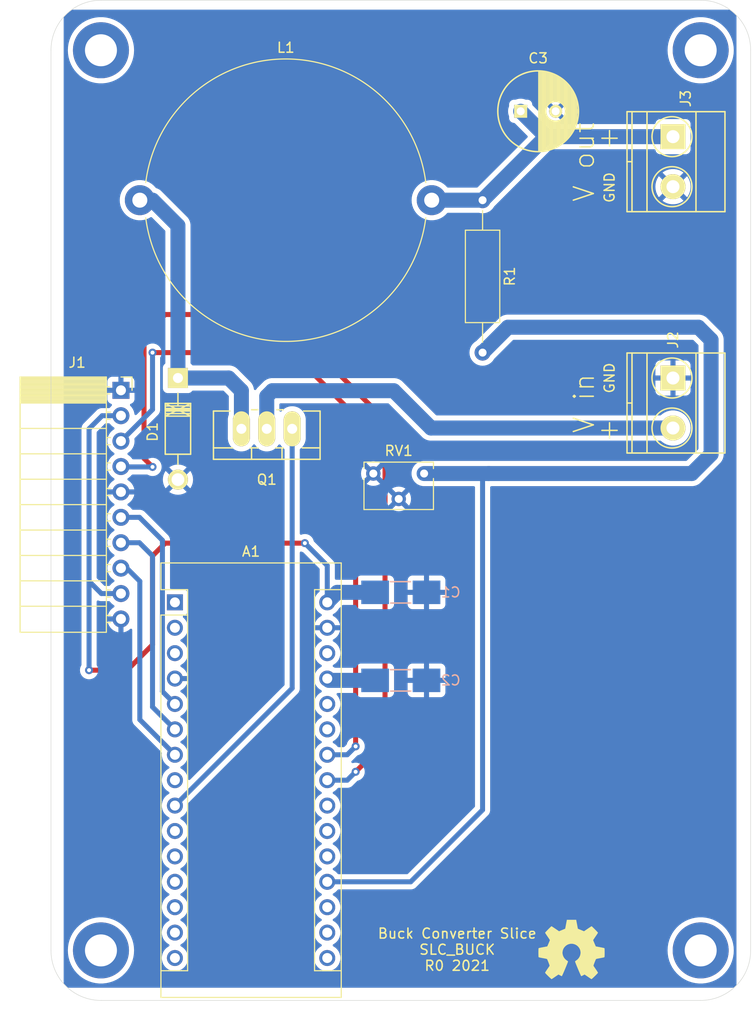
<source format=kicad_pcb>
(kicad_pcb (version 20240108) (generator "pcbnew") (generator_version "8.0")
  (layers (0 "F.Cu" signal) (31 "B.Cu" signal) (34 "B.Paste" user) (35 "F.Paste" user) (36 "B.SilkS" user "B.Silkscreen") (37 "F.SilkS" user "F.Silkscreen") (38 "B.Mask" user) (39 "F.Mask" user) (44 "Edge.Cuts" user))
  (net 0 "")
  (net 1 "Net-(A1-Pad16)")
  (net 2 "Net-(A1-Pad15)")
  (net 3 "Net-(A1-Pad14)")
  (net 4 "GND")
  (net 5 "Net-(A1-Pad13)")
  (net 6 "Net-(A1-Pad28)")
  (net 7 "Net-(A1-Pad12)")
  (net 8 "+5V")
  (net 9 "Net-(A1-Pad11)")
  (net 10 "Net-(A1-Pad26)")
  (net 11 "Net-(A1-Pad10)")
  (net 12 "Net-(A1-Pad25)")
  (net 13 "/I2C_CLK")
  (net 14 "Net-(A1-Pad8)")
  (net 15 "/I2C_DAT")
  (net 16 "Net-(A1-Pad22)")
  (net 17 "/SYNC")
  (net 18 "Net-(A1-Pad21)")
  (net 19 "/E_STOP")
  (net 20 "Net-(A1-Pad20)")
  (net 21 "Net-(A1-Pad3)")
  (net 22 "Net-(A1-Pad18)")
  (net 23 "Net-(A1-Pad2)")
  (net 24 "Net-(A1-Pad17)")
  (net 25 "Net-(A1-Pad1)")
  (net 26 "+12V")
  (net 27 "/INT")
  (net 28 "/FB")
  (net 29 "/SW")
  (net 30 "Net-(C3-Pad1)")
  (net 31 "Net-(D1-Pad1)")
  (net 32 "Net-(J2-Pad2)")
  (footprint "MountingHole:MountingHole_3.2mm_M3_DIN965_Pad" (layer "F.Cu") (at 127.6 44.8)
    (property "Reference" "H1" (hide yes))
    (property "Value" "MountingHole")
    (pad "1" thru_hole circle (at 0 0) (size 5.6 5.6) (drill 3.2) (layers "*.Cu" "*.Mask"))
  )
  (footprint "MountingHole:MountingHole_3.2mm_M3_DIN965_Pad" (layer "F.Cu") (at 187.6 44.8)
    (property "Reference" "H2" (hide yes))
    (property "Value" "MountingHole")
    (pad "1" thru_hole circle (at 0 0) (size 5.6 5.6) (drill 3.2) (layers "*.Cu" "*.Mask"))
  )
  (footprint "MountingHole:MountingHole_3.2mm_M3_DIN965_Pad" (layer "F.Cu") (at 127.6 134.8)
    (property "Reference" "H3" (hide yes))
    (property "Value" "MountingHole")
    (pad "1" thru_hole circle (at 0 0) (size 5.6 5.6) (drill 3.2) (layers "*.Cu" "*.Mask"))
  )
  (footprint "MountingHole:MountingHole_3.2mm_M3_DIN965_Pad" (layer "F.Cu") (at 187.6 134.8)
    (property "Reference" "H4" (hide yes))
    (property "Value" "MountingHole")
    (pad "1" thru_hole circle (at 0 0) (size 5.6 5.6) (drill 3.2) (layers "*.Cu" "*.Mask"))
  )
  (footprint "Module:Arduino_Nano" (layer "F.Cu") (at 135 100)
    (property "Reference" "A1" (at 7.62 -5.08 0) (layer "F.SilkS"))
    (property "Value" "Arduino_Nano_v3.x")
    (fp_line (start -1.4 -3.94) (end -1.4 -1.27) (stroke (width 0.12)) (layer "F.SilkS"))
    (fp_line (start -1.4 1.27) (end -1.4 39.5) (stroke (width 0.12)) (layer "F.SilkS"))
    (fp_line (start -1.4 39.5) (end 16.64 39.5) (stroke (width 0.12)) (layer "F.SilkS"))
    (fp_line (start 1.27 -1.27) (end -1.4 -1.27) (stroke (width 0.12)) (layer "F.SilkS"))
    (fp_line (start 1.27 1.27) (end -1.4 1.27) (stroke (width 0.12)) (layer "F.SilkS"))
    (fp_line (start 1.27 1.27) (end 1.27 -1.27) (stroke (width 0.12)) (layer "F.SilkS"))
    (fp_line (start 1.27 1.27) (end 1.27 36.83) (stroke (width 0.12)) (layer "F.SilkS"))
    (fp_line (start 1.27 36.83) (end -1.4 36.83) (stroke (width 0.12)) (layer "F.SilkS"))
    (fp_line (start 13.97 -1.27) (end 13.97 36.83) (stroke (width 0.12)) (layer "F.SilkS"))
    (fp_line (start 13.97 -1.27) (end 16.64 -1.27) (stroke (width 0.12)) (layer "F.SilkS"))
    (fp_line (start 13.97 36.83) (end 16.64 36.83) (stroke (width 0.12)) (layer "F.SilkS"))
    (fp_line (start 16.64 -3.94) (end -1.4 -3.94) (stroke (width 0.12)) (layer "F.SilkS"))
    (fp_line (start 16.64 39.5) (end 16.64 -3.94) (stroke (width 0.12)) (layer "F.SilkS"))
    (pad "1" thru_hole rect (at 0 0) (size 1.6 1.6) (drill 1) (layers "*.Cu" "*.Mask") (net 25 "Net-(A1-Pad1)"))
    (pad "2" thru_hole oval (at 0 2.54) (size 1.6 1.6) (drill 1) (layers "*.Cu" "*.Mask") (net 23 "Net-(A1-Pad2)"))
    (pad "3" thru_hole oval (at 0 5.08) (size 1.6 1.6) (drill 1) (layers "*.Cu" "*.Mask") (net 21 "Net-(A1-Pad3)"))
    (pad "4" thru_hole oval (at 0 7.62) (size 1.6 1.6) (drill 1) (layers "*.Cu" "*.Mask") (net 4 "GND"))
    (pad "5" thru_hole oval (at 0 10.16) (size 1.6 1.6) (drill 1) (layers "*.Cu" "*.Mask") (net 19 "/E_STOP"))
    (pad "6" thru_hole oval (at 0 12.7) (size 1.6 1.6) (drill 1) (layers "*.Cu" "*.Mask") (net 27 "/INT"))
    (pad "7" thru_hole oval (at 0 15.24) (size 1.6 1.6) (drill 1) (layers "*.Cu" "*.Mask") (net 17 "/SYNC"))
    (pad "8" thru_hole oval (at 0 17.78) (size 1.6 1.6) (drill 1) (layers "*.Cu" "*.Mask") (net 14 "Net-(A1-Pad8)"))
    (pad "9" thru_hole oval (at 0 20.32) (size 1.6 1.6) (drill 1) (layers "*.Cu" "*.Mask") (net 29 "/SW"))
    (pad "10" thru_hole oval (at 0 22.86) (size 1.6 1.6) (drill 1) (layers "*.Cu" "*.Mask") (net 11 "Net-(A1-Pad10)"))
    (pad "11" thru_hole oval (at 0 25.4) (size 1.6 1.6) (drill 1) (layers "*.Cu" "*.Mask") (net 9 "Net-(A1-Pad11)"))
    (pad "12" thru_hole oval (at 0 27.94) (size 1.6 1.6) (drill 1) (layers "*.Cu" "*.Mask") (net 7 "Net-(A1-Pad12)"))
    (pad "13" thru_hole oval (at 0 30.48) (size 1.6 1.6) (drill 1) (layers "*.Cu" "*.Mask") (net 5 "Net-(A1-Pad13)"))
    (pad "14" thru_hole oval (at 0 33.02) (size 1.6 1.6) (drill 1) (layers "*.Cu" "*.Mask") (net 3 "Net-(A1-Pad14)"))
    (pad "15" thru_hole oval (at 0 35.56) (size 1.6 1.6) (drill 1) (layers "*.Cu" "*.Mask") (net 2 "Net-(A1-Pad15)"))
    (pad "16" thru_hole oval (at 15.24 35.56) (size 1.6 1.6) (drill 1) (layers "*.Cu" "*.Mask") (net 1 "Net-(A1-Pad16)"))
    (pad "17" thru_hole oval (at 15.24 33.02) (size 1.6 1.6) (drill 1) (layers "*.Cu" "*.Mask") (net 24 "Net-(A1-Pad17)"))
    (pad "18" thru_hole oval (at 15.24 30.48) (size 1.6 1.6) (drill 1) (layers "*.Cu" "*.Mask") (net 22 "Net-(A1-Pad18)"))
    (pad "19" thru_hole oval (at 15.24 27.94) (size 1.6 1.6) (drill 1) (layers "*.Cu" "*.Mask") (net 28 "/FB"))
    (pad "20" thru_hole oval (at 15.24 25.4) (size 1.6 1.6) (drill 1) (layers "*.Cu" "*.Mask") (net 20 "Net-(A1-Pad20)"))
    (pad "21" thru_hole oval (at 15.24 22.86) (size 1.6 1.6) (drill 1) (layers "*.Cu" "*.Mask") (net 18 "Net-(A1-Pad21)"))
    (pad "22" thru_hole oval (at 15.24 20.32) (size 1.6 1.6) (drill 1) (layers "*.Cu" "*.Mask") (net 16 "Net-(A1-Pad22)"))
    (pad "23" thru_hole oval (at 15.24 17.78) (size 1.6 1.6) (drill 1) (layers "*.Cu" "*.Mask") (net 15 "/I2C_DAT"))
    (pad "24" thru_hole oval (at 15.24 15.24) (size 1.6 1.6) (drill 1) (layers "*.Cu" "*.Mask") (net 13 "/I2C_CLK"))
    (pad "25" thru_hole oval (at 15.24 12.7) (size 1.6 1.6) (drill 1) (layers "*.Cu" "*.Mask") (net 12 "Net-(A1-Pad25)"))
    (pad "26" thru_hole oval (at 15.24 10.16) (size 1.6 1.6) (drill 1) (layers "*.Cu" "*.Mask") (net 10 "Net-(A1-Pad26)"))
    (pad "27" thru_hole oval (at 15.24 7.62) (size 1.6 1.6) (drill 1) (layers "*.Cu" "*.Mask") (net 8 "+5V"))
    (pad "28" thru_hole oval (at 15.24 5.08) (size 1.6 1.6) (drill 1) (layers "*.Cu" "*.Mask") (net 6 "Net-(A1-Pad28)"))
    (pad "29" thru_hole oval (at 15.24 2.54) (size 1.6 1.6) (drill 1) (layers "*.Cu" "*.Mask") (net 4 "GND"))
    (pad "30" thru_hole oval (at 15.24 0) (size 1.6 1.6) (drill 1) (layers "*.Cu" "*.Mask") (net 26 "+12V"))
  )
  (footprint "Connector_PinSocket_2.54mm:PinSocket_1x10_P2.54mm_Horizontal" (layer "F.Cu") (at 129.6 78.8)
    (property "Reference" "J1" (at -4.38 -2.77 0) (layer "F.SilkS"))
    (property "Value" "Conn_01x10_Female")
    (fp_line (start -10.09 -1.33) (end -10.09 24.19) (stroke (width 0.12)) (layer "F.SilkS"))
    (fp_line (start -10.09 -1.33) (end -1.46 -1.33) (stroke (width 0.12)) (layer "F.SilkS"))
    (fp_line (start -10.09 -1.21) (end -1.46 -1.21) (stroke (width 0.12)) (layer "F.SilkS"))
    (fp_line (start -10.09 -1.091905) (end -1.46 -1.091905) (stroke (width 0.12)) (layer "F.SilkS"))
    (fp_line (start -10.09 -0.97381) (end -1.46 -0.97381) (stroke (width 0.12)) (layer "F.SilkS"))
    (fp_line (start -10.09 -0.855715) (end -1.46 -0.855715) (stroke (width 0.12)) (layer "F.SilkS"))
    (fp_line (start -10.09 -0.73762) (end -1.46 -0.73762) (stroke (width 0.12)) (layer "F.SilkS"))
    (fp_line (start -10.09 -0.619525) (end -1.46 -0.619525) (stroke (width 0.12)) (layer "F.SilkS"))
    (fp_line (start -10.09 -0.50143) (end -1.46 -0.50143) (stroke (width 0.12)) (layer "F.SilkS"))
    (fp_line (start -10.09 -0.383335) (end -1.46 -0.383335) (stroke (width 0.12)) (layer "F.SilkS"))
    (fp_line (start -10.09 -0.26524) (end -1.46 -0.26524) (stroke (width 0.12)) (layer "F.SilkS"))
    (fp_line (start -10.09 -0.147145) (end -1.46 -0.147145) (stroke (width 0.12)) (layer "F.SilkS"))
    (fp_line (start -10.09 -0.02905) (end -1.46 -0.02905) (stroke (width 0.12)) (layer "F.SilkS"))
    (fp_line (start -10.09 0.089045) (end -1.46 0.089045) (stroke (width 0.12)) (layer "F.SilkS"))
    (fp_line (start -10.09 0.20714) (end -1.46 0.20714) (stroke (width 0.12)) (layer "F.SilkS"))
    (fp_line (start -10.09 0.325235) (end -1.46 0.325235) (stroke (width 0.12)) (layer "F.SilkS"))
    (fp_line (start -10.09 0.44333) (end -1.46 0.44333) (stroke (width 0.12)) (layer "F.SilkS"))
    (fp_line (start -10.09 0.561425) (end -1.46 0.561425) (stroke (width 0.12)) (layer "F.SilkS"))
    (fp_line (start -10.09 0.67952) (end -1.46 0.67952) (stroke (width 0.12)) (layer "F.SilkS"))
    (fp_line (start -10.09 0.797615) (end -1.46 0.797615) (stroke (width 0.12)) (layer "F.SilkS"))
    (fp_line (start -10.09 0.91571) (end -1.46 0.91571) (stroke (width 0.12)) (layer "F.SilkS"))
    (fp_line (start -10.09 1.033805) (end -1.46 1.033805) (stroke (width 0.12)) (layer "F.SilkS"))
    (fp_line (start -10.09 1.1519) (end -1.46 1.1519) (stroke (width 0.12)) (layer "F.SilkS"))
    (fp_line (start -10.09 1.27) (end -1.46 1.27) (stroke (width 0.12)) (layer "F.SilkS"))
    (fp_line (start -10.09 3.81) (end -1.46 3.81) (stroke (width 0.12)) (layer "F.SilkS"))
    (fp_line (start -10.09 6.35) (end -1.46 6.35) (stroke (width 0.12)) (layer "F.SilkS"))
    (fp_line (start -10.09 8.89) (end -1.46 8.89) (stroke (width 0.12)) (layer "F.SilkS"))
    (fp_line (start -10.09 11.43) (end -1.46 11.43) (stroke (width 0.12)) (layer "F.SilkS"))
    (fp_line (start -10.09 13.97) (end -1.46 13.97) (stroke (width 0.12)) (layer "F.SilkS"))
    (fp_line (start -10.09 16.51) (end -1.46 16.51) (stroke (width 0.12)) (layer "F.SilkS"))
    (fp_line (start -10.09 19.05) (end -1.46 19.05) (stroke (width 0.12)) (layer "F.SilkS"))
    (fp_line (start -10.09 21.59) (end -1.46 21.59) (stroke (width 0.12)) (layer "F.SilkS"))
    (fp_line (start -10.09 24.19) (end -1.46 24.19) (stroke (width 0.12)) (layer "F.SilkS"))
    (fp_line (start -1.46 -1.33) (end -1.46 24.19) (stroke (width 0.12)) (layer "F.SilkS"))
    (fp_line (start -1.46 -0.36) (end -1.11 -0.36) (stroke (width 0.12)) (layer "F.SilkS"))
    (fp_line (start -1.46 0.36) (end -1.11 0.36) (stroke (width 0.12)) (layer "F.SilkS"))
    (fp_line (start -1.46 2.18) (end -1.05 2.18) (stroke (width 0.12)) (layer "F.SilkS"))
    (fp_line (start -1.46 2.9) (end -1.05 2.9) (stroke (width 0.12)) (layer "F.SilkS"))
    (fp_line (start -1.46 4.72) (end -1.05 4.72) (stroke (width 0.12)) (layer "F.SilkS"))
    (fp_line (start -1.46 5.44) (end -1.05 5.44) (stroke (width 0.12)) (layer "F.SilkS"))
    (fp_line (start -1.46 7.26) (end -1.05 7.26) (stroke (width 0.12)) (layer "F.SilkS"))
    (fp_line (start -1.46 7.98) (end -1.05 7.98) (stroke (width 0.12)) (layer "F.SilkS"))
    (fp_line (start -1.46 9.8) (end -1.05 9.8) (stroke (width 0.12)) (layer "F.SilkS"))
    (fp_line (start -1.46 10.52) (end -1.05 10.52) (stroke (width 0.12)) (layer "F.SilkS"))
    (fp_line (start -1.46 12.34) (end -1.05 12.34) (stroke (width 0.12)) (layer "F.SilkS"))
    (fp_line (start -1.46 13.06) (end -1.05 13.06) (stroke (width 0.12)) (layer "F.SilkS"))
    (fp_line (start -1.46 14.88) (end -1.05 14.88) (stroke (width 0.12)) (layer "F.SilkS"))
    (fp_line (start -1.46 15.6) (end -1.05 15.6) (stroke (width 0.12)) (layer "F.SilkS"))
    (fp_line (start -1.46 17.42) (end -1.05 17.42) (stroke (width 0.12)) (layer "F.SilkS"))
    (fp_line (start -1.46 18.14) (end -1.05 18.14) (stroke (width 0.12)) (layer "F.SilkS"))
    (fp_line (start -1.46 19.96) (end -1.05 19.96) (stroke (width 0.12)) (layer "F.SilkS"))
    (fp_line (start -1.46 20.68) (end -1.05 20.68) (stroke (width 0.12)) (layer "F.SilkS"))
    (fp_line (start -1.46 22.5) (end -1.05 22.5) (stroke (width 0.12)) (layer "F.SilkS"))
    (fp_line (start -1.46 23.22) (end -1.05 23.22) (stroke (width 0.12)) (layer "F.SilkS"))
    (fp_line (start 0 -1.33) (end 1.11 -1.33) (stroke (width 0.12)) (layer "F.SilkS"))
    (fp_line (start 1.11 -1.33) (end 1.11 0) (stroke (width 0.12)) (layer "F.SilkS"))
    (pad "1" thru_hole rect (at 0 0) (size 1.7 1.7) (drill 1) (layers "*.Cu" "*.Mask") (net 4 "GND"))
    (pad "2" thru_hole oval (at 0 2.54) (size 1.7 1.7) (drill 1) (layers "*.Cu" "*.Mask") (net 26 "+12V"))
    (pad "3" thru_hole oval (at 0 5.08) (size 1.7 1.7) (drill 1) (layers "*.Cu" "*.Mask") (net 13 "/I2C_CLK"))
    (pad "4" thru_hole oval (at 0 7.62) (size 1.7 1.7) (drill 1) (layers "*.Cu" "*.Mask") (net 15 "/I2C_DAT"))
    (pad "5" thru_hole oval (at 0 10.16) (size 1.7 1.7) (drill 1) (layers "*.Cu" "*.Mask") (net 4 "GND"))
    (pad "6" thru_hole oval (at 0 12.7) (size 1.7 1.7) (drill 1) (layers "*.Cu" "*.Mask") (net 19 "/E_STOP"))
    (pad "7" thru_hole oval (at 0 15.24) (size 1.7 1.7) (drill 1) (layers "*.Cu" "*.Mask") (net 27 "/INT"))
    (pad "8" thru_hole oval (at 0 17.78) (size 1.7 1.7) (drill 1) (layers "*.Cu" "*.Mask") (net 17 "/SYNC"))
    (pad "9" thru_hole oval (at 0 20.32) (size 1.7 1.7) (drill 1) (layers "*.Cu" "*.Mask") (net 26 "+12V"))
    (pad "10" thru_hole oval (at 0 22.86) (size 1.7 1.7) (drill 1) (layers "*.Cu" "*.Mask") (net 4 "GND"))
  )
  (footprint "Symbol:OSHW-Symbol_6.7x6mm_SilkScreen" (layer "F.Cu") (at 174.67 134.72)
    (property "Reference" "Logo1" (hide yes))
    (property "Value" "Logo_Open_Hardware_Small" (hide yes))
    (fp_poly (pts (xy 0.555814 -2.531069) (xy 0.639635 -2.086445) (xy 0.94892 -1.958947) (xy 1.258206 -1.831449) (xy 1.629246 -2.083754) (xy 1.733157 -2.154004) (xy 1.827087 -2.216728) (xy 1.906652 -2.269062) (xy 1.96747 -2.308143) (xy 2.005157 -2.331107) (xy 2.015421 -2.336058) (xy 2.03391 -2.323324) (xy 2.07342 -2.288118) (xy 2.129522 -2.234938) (xy 2.197787 -2.168282) (xy 2.273786 -2.092646) (xy 2.353092 -2.012528) (xy 2.431275 -1.932426) (xy 2.503907 -1.856836) (xy 2.566559 -1.790255) (xy 2.614803 -1.737182) (xy 2.64421 -1.702113) (xy 2.651241 -1.690377) (xy 2.641123 -1.66874) (xy 2.612759 -1.621338) (xy 2.569129 -1.552807) (xy 2.513218 -1.467785) (xy 2.448006 -1.370907) (xy 2.410219 -1.31565) (xy 2.341343 -1.214752) (xy 2.28014 -1.123701) (xy 2.229578 -1.04703) (xy 2.192628 -0.989272) (xy 2.172258 -0.954957) (xy 2.169197 -0.947746) (xy 2.176136 -0.927252) (xy 2.195051 -0.879487) (xy 2.223087 -0.811168) (xy 2.257391 -0.729011) (xy 2.295109 -0.63973) (xy 2.333387 -0.550042) (xy 2.36937 -0.466662) (xy 2.400206 -0.396306) (xy 2.423039 -0.34569) (xy 2.435017 -0.321529) (xy 2.435724 -0.320578) (xy 2.454531 -0.315964) (xy 2.504618 -0.305672) (xy 2.580793 -0.290713) (xy 2.677865 -0.272099) (xy 2.790643 -0.250841) (xy 2.856442 -0.238582) (xy 2.97695 -0.215638) (xy 3.085797 -0.193805) (xy 3.177476 -0.174278) (xy 3.246481 -0.158252) (xy 3.287304 -0.146921) (xy 3.295511 -0.143326) (xy 3.303548 -0.118994) (xy 3.310033 -0.064041) (xy 3.31497 0.015108) (xy 3.318364 0.112026) (xy 3.320218 0.220287) (xy 3.320538 0.333465) (xy 3.319327 0.445135) (xy 3.31659 0.548868) (xy 3.312331 0.638241) (xy 3.306555 0.706826) (xy 3.299267 0.748197) (xy 3.294895 0.75681) (xy 3.268764 0.767133) (xy 3.213393 0.781892) (xy 3.136107 0.799352) (xy 3.04423 0.81778) (xy 3.012158 0.823741) (xy 2.857524 0.852066) (xy 2.735375 0.874876) (xy 2.641673 0.89308) (xy 2.572384 0.907583) (xy 2.523471 0.919292) (xy 2.490897 0.929115) (xy 2.470628 0.937956) (xy 2.458626 0.946724) (xy 2.456947 0.948457) (xy 2.440184 0.976371) (xy 2.414614 1.030695) (xy 2.382788 1.104777) (xy 2.34726 1.191965) (xy 2.310583 1.285608) (xy 2.275311 1.379052) (xy 2.243996 1.465647) (xy 2.219193 1.53874) (xy 2.203454 1.591678) (xy 2.199332 1.617811) (xy 2.199676 1.618726) (xy 2.213641 1.640086) (xy 2.245322 1.687084) (xy 2.291391 1.754827) (xy 2.348518 1.838423) (xy 2.413373 1.932982) (xy 2.431843 1.959854) (xy 2.497699 2.057275) (xy 2.55565 2.146163) (xy 2.602538 2.221412) (xy 2.635207 2.27792) (xy 2.6505 2.310581) (xy 2.651241 2.314593) (xy 2.638392 2.335684) (xy 2.602888 2.377464) (xy 2.549293 2.435445) (xy 2.482171 2.505135) (xy 2.406087 2.582045) (xy 2.325604 2.661683) (xy 2.245287 2.739561) (xy 2.169699 2.811186) (xy 2.103405 2.87207) (xy 2.050969 2.917721) (xy 2.016955 2.94365) (xy 2.007545 2.947883) (xy 1.985643 2.937912) (xy 1.9408 2.91102) (xy 1.880321 2.871736) (xy 1.833789 2.840117) (xy 1.749475 2.782098) (xy 1.649626 2.713784) (xy 1.549473 2.645579) (xy 1.495627 2.609075) (xy 1.313371 2.4858) (xy 1.160381 2.56852) (xy 1.090682 2.604759) (xy 1.031414 2.632926) (xy 0.991311 2.648991) (xy 0.981103 2.651226) (xy 0.968829 2.634722) (xy 0.944613 2.588082) (xy 0.910263 2.515609) (xy 0.867588 2.421606) (xy 0.818394 2.310374) (xy 0.76449 2.186215) (xy 0.707684 2.053432) (xy 0.649782 1.916327) (xy 0.592593 1.779202) (xy 0.537924 1.646358) (xy 0.487584 1.522098) (xy 0.44338 1.410725) (xy 0.407119 1.316539) (xy 0.380609 1.243844) (xy 0.365658 1.196941) (xy 0.363254 1.180833) (xy 0.382311 1.160286) (xy 0.424036 1.126933) (xy 0.479706 1.087702) (xy 0.484378 1.084599) (xy 0.628264 0.969423) (xy 0.744283 0.835053) (xy 0.83143 0.685784) (xy 0.888699 0.525913) (xy 0.915086 0.359737) (xy 0.909585 0.191552) (xy 0.87119 0.025655) (xy 0.798895 -0.133658) (xy 0.777626 -0.168513) (xy 0.666996 -0.309263) (xy 0.536302 -0.422286) (xy 0.390064 -0.506997) (xy 0.232808 -0.562806) (xy 0.069057 -0.589126) (xy -0.096667 -0.58537) (xy -0.259838 -0.55095) (xy -0.415935 -0.485277) (xy -0.560433 -0.387765) (xy -0.605131 -0.348187) (xy -0.718888 -0.224297) (xy -0.801782 -0.093876) (xy -0.858644 0.052315) (xy -0.890313 0.197088) (xy -0.898131 0.35986) (xy -0.872062 0.52344) (xy -0.814755 0.682298) (xy -0.728856 0.830906) (xy -0.617014 0.963735) (xy -0.481877 1.075256) (xy -0.464117 1.087011) (xy -0.40785 1.125508) (xy -0.365077 1.158863) (xy -0.344628 1.18016) (xy -0.344331 1.180833) (xy -0.348721 1.203871) (xy -0.366124 1.256157) (xy -0.394732 1.33339) (xy -0.432735 1.431268) (xy -0.478326 1.545491) (xy -0.529697 1.671758) (xy -0.585038 1.805767) (xy -0.642542 1.943218) (xy -0.700399 2.079808) (xy -0.756802 2.211237) (xy -0.809942 2.333205) (xy -0.85801 2.441409) (xy -0.899199 2.531549) (xy -0.931699 2.599323) (xy -0.953703 2.64043) (xy -0.962564 2.651226) (xy -0.98964 2.642819) (xy -1.040303 2.620272) (xy -1.105817 2.587613) (xy -1.141841 2.56852) (xy -1.294832 2.4858) (xy -1.477088 2.609075) (xy -1.570125 2.672228) (xy -1.671985 2.741727) (xy -1.767438 2.807165) (xy -1.81525 2.840117) (xy -1.882495 2.885273) (xy -1.939436 2.921057) (xy -1.978646 2.942938) (xy -1.991381 2.947563) (xy -2.009917 2.935085) (xy -2.050941 2.900252) (xy -2.110475 2.846678) (xy -2.184542 2.777983) (xy -2.269165 2.697781) (xy -2.322685 2.646286) (xy -2.416319 2.554286) (xy -2.497241 2.471999) (xy -2.562177 2.402945) (xy -2.607858 2.350644) (xy -2.631011 2.318616) (xy -2.633232 2.312116) (xy -2.622924 2.287394) (xy -2.594439 2.237405) (xy -2.550937 2.167212) (xy -2.495577 2.081875) (xy -2.43152 1.986456) (xy -2.413303 1.959854) (xy -2.346927 1.863167) (xy -2.287378 1.776117) (xy -2.237984 1.703595) (xy -2.202075 1.650493) (xy -2.182981 1.621703) (xy -2.181136 1.618726) (xy -2.183895 1.595782) (xy -2.198538 1.545336) (xy -2.222513 1.474041) (xy -2.253266 1.388547) (xy -2.288244 1.295507) (xy -2.324893 1.201574) (xy -2.360661 1.113399) (xy -2.392994 1.037634) (xy -2.419338 0.980931) (xy -2.437142 0.949943) (xy -2.438407 0.948457) (xy -2.449294 0.939601) (xy -2.467682 0.930843) (xy -2.497606 0.921277) (xy -2.543103 0.909996) (xy -2.608209 0.896093) (xy -2.696961 0.878663) (xy -2.813393 0.856798) (xy -2.961542 0.829591) (xy -2.993618 0.823741) (xy -3.088686 0.805374) (xy -3.171565 0.787405) (xy -3.23493 0.771569) (xy -3.271458 0.7596) (xy -3.276356 0.75681) (xy -3.284427 0.732072) (xy -3.290987 0.67679) (xy -3.296033 0.597389) (xy -3.299559 0.500296) (xy -3.301561 0.391938) (xy -3.302036 0.27874) (xy -3.300977 0.167128) (xy -3.298382 0.063529) (xy -3.294246 -0.025632) (xy -3.288563 -0.093928) (xy -3.281331 -0.134934) (xy -3.276971 -0.143326) (xy -3.252698 -0.151792) (xy -3.197426 -0.165565) (xy -3.116662 -0.18345) (xy -3.015912 -0.204252) (xy -2.900683 -0.226777) (xy -2.837902 -0.238582) (xy -2.718787 -0.260849) (xy -2.612565 -0.281021) (xy -2.524427 -0.298085) (xy -2.459566 -0.311031) (xy -2.423174 -0.318845) (xy -2.417184 -0.320578) (xy -2.407061 -0.34011) (xy -2.385662 -0.387157) (xy -2.355839 -0.454997) (xy -2.320445 -0.536909) (xy -2.282332 -0.626172) (xy -2.244353 -0.716065) (xy -2.20936 -0.799865) (xy -2.180206 -0.870853) (xy -2.159743 -0.922306) (xy -2.150823 -0.947503) (xy -2.150657 -0.948604) (xy -2.160769 -0.968481) (xy -2.189117 -1.014223) (xy -2.232723 -1.081283) (xy -2.288606 -1.165116) (xy -2.353787 -1.261174) (xy -2.391679 -1.31635) (xy -2.460725 -1.417519) (xy -2.52205 -1.50937) (xy -2.572663 -1.587256) (xy -2.609571 -1.646531) (xy -2.629782 -1.682549) (xy -2.632701 -1.690623) (xy -2.620153 -1.709416) (xy -2.585463 -1.749543) (xy -2.533063 -1.806507) (xy -2.467384 -1.875815) (xy -2.392856 -1.952969) (xy -2.313913 -2.033475) (xy -2.234983 -2.112837) (xy -2.1605 -2.18656) (xy -2.094894 -2.250148) (xy -2.042596 -2.299106) (xy -2.008039 -2.328939) (xy -1.996478 -2.336058) (xy -1.977654 -2.326047) (xy -1.932631 -2.297922) (xy -1.865787 -2.254546) (xy -1.781499 -2.198782) (xy -1.684144 -2.133494) (xy -1.610707 -2.083754) (xy -1.239667 -1.831449) (xy -0.621095 -2.086445) (xy -0.537275 -2.531069) (xy -0.453454 -2.975693) (xy 0.471994 -2.975693) (xy 0.555814 -2.531069)) (stroke (width 0.01)) (fill solid) (layer "F.SilkS"))
  )
  (footprint "OCI_UPL_FOOTPRINTS:C_Radial_D8_L11.5_P3.5" (layer "F.Cu") (at 169.59 50.9)
    (property "Reference" "C3" (at 1.75 -5.3 0) (layer "F.SilkS"))
    (property "Value" "100uF")
    (fp_line (start 1.825 -3.999) (end 1.825 3.999) (stroke (width 0.15)) (layer "F.SilkS"))
    (fp_line (start 1.965 -3.994) (end 1.965 3.994) (stroke (width 0.15)) (layer "F.SilkS"))
    (fp_line (start 2.105 -3.984) (end 2.105 3.984) (stroke (width 0.15)) (layer "F.SilkS"))
    (fp_line (start 2.245 -3.969) (end 2.245 3.969) (stroke (width 0.15)) (layer "F.SilkS"))
    (fp_line (start 2.385 -3.949) (end 2.385 3.949) (stroke (width 0.15)) (layer "F.SilkS"))
    (fp_line (start 2.525 -3.924) (end 2.525 -0.222) (stroke (width 0.15)) (layer "F.SilkS"))
    (fp_line (start 2.525 0.222) (end 2.525 3.924) (stroke (width 0.15)) (layer "F.SilkS"))
    (fp_line (start 2.665 -3.894) (end 2.665 -0.55) (stroke (width 0.15)) (layer "F.SilkS"))
    (fp_line (start 2.665 0.55) (end 2.665 3.894) (stroke (width 0.15)) (layer "F.SilkS"))
    (fp_line (start 2.805 -3.858) (end 2.805 -0.719) (stroke (width 0.15)) (layer "F.SilkS"))
    (fp_line (start 2.805 0.719) (end 2.805 3.858) (stroke (width 0.15)) (layer "F.SilkS"))
    (fp_line (start 2.945 -3.817) (end 2.945 -0.832) (stroke (width 0.15)) (layer "F.SilkS"))
    (fp_line (start 2.945 0.832) (end 2.945 3.817) (stroke (width 0.15)) (layer "F.SilkS"))
    (fp_line (start 3.085 -3.771) (end 3.085 -0.91) (stroke (width 0.15)) (layer "F.SilkS"))
    (fp_line (start 3.085 0.91) (end 3.085 3.771) (stroke (width 0.15)) (layer "F.SilkS"))
    (fp_line (start 3.225 -3.718) (end 3.225 -0.961) (stroke (width 0.15)) (layer "F.SilkS"))
    (fp_line (start 3.225 0.961) (end 3.225 3.718) (stroke (width 0.15)) (layer "F.SilkS"))
    (fp_line (start 3.365 -3.659) (end 3.365 -0.991) (stroke (width 0.15)) (layer "F.SilkS"))
    (fp_line (start 3.365 0.991) (end 3.365 3.659) (stroke (width 0.15)) (layer "F.SilkS"))
    (fp_line (start 3.505 -3.594) (end 3.505 -1) (stroke (width 0.15)) (layer "F.SilkS"))
    (fp_line (start 3.505 1) (end 3.505 3.594) (stroke (width 0.15)) (layer "F.SilkS"))
    (fp_line (start 3.645 -3.523) (end 3.645 -0.989) (stroke (width 0.15)) (layer "F.SilkS"))
    (fp_line (start 3.645 0.989) (end 3.645 3.523) (stroke (width 0.15)) (layer "F.SilkS"))
    (fp_line (start 3.785 -3.444) (end 3.785 -0.959) (stroke (width 0.15)) (layer "F.SilkS"))
    (fp_line (start 3.785 0.959) (end 3.785 3.444) (stroke (width 0.15)) (layer "F.SilkS"))
    (fp_line (start 3.925 -3.357) (end 3.925 -0.905) (stroke (width 0.15)) (layer "F.SilkS"))
    (fp_line (start 3.925 0.905) (end 3.925 3.357) (stroke (width 0.15)) (layer "F.SilkS"))
    (fp_line (start 4.065 -3.262) (end 4.065 -0.825) (stroke (width 0.15)) (layer "F.SilkS"))
    (fp_line (start 4.065 0.825) (end 4.065 3.262) (stroke (width 0.15)) (layer "F.SilkS"))
    (fp_line (start 4.205 -3.158) (end 4.205 -0.709) (stroke (width 0.15)) (layer "F.SilkS"))
    (fp_line (start 4.205 0.709) (end 4.205 3.158) (stroke (width 0.15)) (layer "F.SilkS"))
    (fp_line (start 4.345 -3.044) (end 4.345 -0.535) (stroke (width 0.15)) (layer "F.SilkS"))
    (fp_line (start 4.345 0.535) (end 4.345 3.044) (stroke (width 0.15)) (layer "F.SilkS"))
    (fp_line (start 4.485 -2.919) (end 4.485 -0.173) (stroke (width 0.15)) (layer "F.SilkS"))
    (fp_line (start 4.485 0.173) (end 4.485 2.919) (stroke (width 0.15)) (layer "F.SilkS"))
    (fp_line (start 4.625 -2.781) (end 4.625 2.781) (stroke (width 0.15)) (layer "F.SilkS"))
    (fp_line (start 4.765 -2.629) (end 4.765 2.629) (stroke (width 0.15)) (layer "F.SilkS"))
    (fp_line (start 4.905 -2.459) (end 4.905 2.459) (stroke (width 0.15)) (layer "F.SilkS"))
    (fp_line (start 5.045 -2.268) (end 5.045 2.268) (stroke (width 0.15)) (layer "F.SilkS"))
    (fp_line (start 5.185 -2.05) (end 5.185 2.05) (stroke (width 0.15)) (layer "F.SilkS"))
    (fp_line (start 5.325 -1.794) (end 5.325 1.794) (stroke (width 0.15)) (layer "F.SilkS"))
    (fp_line (start 5.465 -1.483) (end 5.465 1.483) (stroke (width 0.15)) (layer "F.SilkS"))
    (fp_line (start 5.605 -1.067) (end 5.605 1.067) (stroke (width 0.15)) (layer "F.SilkS"))
    (fp_line (start 5.745 -0.2) (end 5.745 0.2) (stroke (width 0.15)) (layer "F.SilkS"))
    (fp_circle (center 1.75 0) (end 1.75 -4.0375) (stroke (width 0.15)) (fill none) (layer "F.SilkS"))
    (fp_circle (center 3.5 0) (end 3.5 -1) (stroke (width 0.15)) (fill none) (layer "F.SilkS"))
    (pad "1" thru_hole rect (at 0 0) (size 1.3 1.3) (drill 0.8) (layers "*.Cu" "*.Mask" "F.SilkS") (net 30 "Net-(C3-Pad1)"))
    (pad "2" thru_hole circle (at 3.5 0) (size 1.3 1.3) (drill 0.8) (layers "*.Cu" "*.Mask" "F.SilkS") (net 4 "GND"))
  )
  (footprint "OCI_UPL_FOOTPRINTS:Diode_DO-41_SOD81_Horizontal_RM10" (layer "F.Cu") (at 135.3 77.57 -90)
    (property "Reference" "D1" (at 5.38734 2.53746 90) (layer "F.SilkS"))
    (property "Value" "D")
    (fp_line (start 2.54 1.26746) (end 2.54 -1.27254) (stroke (width 0.15)) (layer "F.SilkS"))
    (fp_line (start 7.62 1.26746) (end 2.54 1.26746) (stroke (width 0.15)) (layer "F.SilkS"))
    (fp_line (start 2.794 -0.00254) (end 1.524 -0.00254) (stroke (width 0.15)) (layer "F.SilkS"))
    (fp_line (start 7.62 -0.00254) (end 8.636 -0.00254) (stroke (width 0.15)) (layer "F.SilkS"))
    (fp_line (start 2.54 -1.27254) (end 3.81 1.26746) (stroke (width 0.15)) (layer "F.SilkS"))
    (fp_line (start 2.54 -1.27254) (end 7.62 -1.27254) (stroke (width 0.15)) (layer "F.SilkS"))
    (fp_line (start 2.794 -1.27254) (end 2.794 1.26746) (stroke (width 0.15)) (layer "F.SilkS"))
    (fp_line (start 3.048 -1.27254) (end 3.048 1.26746) (stroke (width 0.15)) (layer "F.SilkS"))
    (fp_line (start 3.175 -1.27254) (end 3.175 1.26746) (stroke (width 0.15)) (layer "F.SilkS"))
    (fp_line (start 3.302 -1.27254) (end 3.302 1.26746) (stroke (width 0.15)) (layer "F.SilkS"))
    (fp_line (start 3.556 -1.27254) (end 3.556 1.26746) (stroke (width 0.15)) (layer "F.SilkS"))
    (fp_line (start 3.81 -1.27254) (end 2.54 1.26746) (stroke (width 0.15)) (layer "F.SilkS"))
    (fp_line (start 3.81 -1.27254) (end 3.81 1.26746) (stroke (width 0.15)) (layer "F.SilkS"))
    (fp_line (start 7.62 -1.27254) (end 7.62 1.26746) (stroke (width 0.15)) (layer "F.SilkS"))
    (pad "1" thru_hole rect (at 0 -0.00254 90) (size 1.99898 1.99898) (drill 1.00076) (layers "*.Cu" "*.Mask" "F.SilkS") (net 31 "Net-(D1-Pad1)"))
    (pad "2" thru_hole circle (at 10.16 -0.00254 90) (size 1.99898 1.99898) (drill 1.27) (layers "*.Cu" "*.Mask" "F.SilkS") (net 4 "GND"))
  )
  (footprint "OCI_UPL_FOOTPRINTS:TerminalBlock_Pheonix_MKDS1.5-2pol" (layer "F.Cu") (at 184.83 77.57 -90)
    (property "Reference" "J2" (at -3.81 0 90) (layer "F.SilkS"))
    (property "Value" "Term_2")
    (fp_line (start -2.5 4.6) (end 7.5 4.6) (stroke (width 0.15)) (layer "F.SilkS"))
    (fp_line (start 7.5 4.6) (end 7.5 -5.2) (stroke (width 0.15)) (layer "F.SilkS"))
    (fp_line (start -2.5 4.1) (end 7.5 4.1) (stroke (width 0.15)) (layer "F.SilkS"))
    (fp_line (start 2.5 4.1) (end 2.5 4.6) (stroke (width 0.15)) (layer "F.SilkS"))
    (fp_line (start -2.5 2.6) (end 7.5 2.6) (stroke (width 0.15)) (layer "F.SilkS"))
    (fp_line (start -2.5 -2.3) (end 7.5 -2.3) (stroke (width 0.15)) (layer "F.SilkS"))
    (fp_line (start -2.5 -5.2) (end -2.5 4.6) (stroke (width 0.15)) (layer "F.SilkS"))
    (fp_line (start 7.5 -5.2) (end -2.5 -5.2) (stroke (width 0.15)) (layer "F.SilkS"))
    (fp_circle (center 0 0.1) (end 2 0.1) (stroke (width 0.15)) (fill none) (layer "F.SilkS"))
    (fp_circle (center 5 0.1) (end 3 0.1) (stroke (width 0.15)) (fill none) (layer "F.SilkS"))
    (pad "1" thru_hole rect (at 0 0 270) (size 2.5 2.5) (drill 1.3) (layers "*.Cu" "*.Mask" "F.SilkS") (net 4 "GND"))
    (pad "2" thru_hole circle (at 5 0 270) (size 2.5 2.5) (drill 1.3) (layers "*.Cu" "*.Mask" "F.SilkS") (net 32 "Net-(J2-Pad2)"))
  )
  (footprint "OCI_UPL_FOOTPRINTS:TerminalBlock_Pheonix_MKDS1.5-2pol" (layer "F.Cu") (at 184.83 53.44 -90)
    (property "Reference" "J3" (at -3.81 -1.27 90) (layer "F.SilkS"))
    (property "Value" "Term_2")
    (fp_line (start -2.5 4.6) (end 7.5 4.6) (stroke (width 0.15)) (layer "F.SilkS"))
    (fp_line (start 7.5 4.6) (end 7.5 -5.2) (stroke (width 0.15)) (layer "F.SilkS"))
    (fp_line (start -2.5 4.1) (end 7.5 4.1) (stroke (width 0.15)) (layer "F.SilkS"))
    (fp_line (start 2.5 4.1) (end 2.5 4.6) (stroke (width 0.15)) (layer "F.SilkS"))
    (fp_line (start -2.5 2.6) (end 7.5 2.6) (stroke (width 0.15)) (layer "F.SilkS"))
    (fp_line (start -2.5 -2.3) (end 7.5 -2.3) (stroke (width 0.15)) (layer "F.SilkS"))
    (fp_line (start -2.5 -5.2) (end -2.5 4.6) (stroke (width 0.15)) (layer "F.SilkS"))
    (fp_line (start 7.5 -5.2) (end -2.5 -5.2) (stroke (width 0.15)) (layer "F.SilkS"))
    (fp_circle (center 0 0.1) (end 2 0.1) (stroke (width 0.15)) (fill none) (layer "F.SilkS"))
    (fp_circle (center 5 0.1) (end 3 0.1) (stroke (width 0.15)) (fill none) (layer "F.SilkS"))
    (pad "1" thru_hole rect (at 0 0 270) (size 2.5 2.5) (drill 1.3) (layers "*.Cu" "*.Mask" "F.SilkS") (net 30 "Net-(C3-Pad1)"))
    (pad "2" thru_hole circle (at 5 0 270) (size 2.5 2.5) (drill 1.3) (layers "*.Cu" "*.Mask" "F.SilkS") (net 4 "GND"))
  )
  (footprint "Inductor_THT:L_Radial_D28.0mm_P29.20mm" (layer "F.Cu") (at 131.49 59.79)
    (property "Reference" "L1" (at 14.6 -15.25 0) (layer "F.SilkS"))
    (property "Value" "560 uH")
    (fp_arc (start 0.590118 -1.76) (mid 14.6 -14.12) (end 28.609882 -1.76) (stroke (width 0.12)) (layer "F.SilkS"))
    (fp_arc (start 28.609882 1.76) (mid 14.6 14.12) (end 0.590118 1.76) (stroke (width 0.12)) (layer "F.SilkS"))
    (pad "1" thru_hole circle (at 0 0) (size 3 3) (drill 1.5) (layers "*.Cu" "*.Mask") (net 31 "Net-(D1-Pad1)"))
    (pad "2" thru_hole circle (at 29.2 0) (size 3 3) (drill 1.5) (layers "*.Cu" "*.Mask") (net 30 "Net-(C3-Pad1)"))
  )
  (footprint "OCI_UPL_FOOTPRINTS:TO-220_Neutral123_Vertical_LargePads" (layer "F.Cu") (at 144.19 82.65 180)
    (property "Reference" "Q1" (at 0 -5.08 0) (layer "F.SilkS"))
    (property "Value" "TIP120")
    (fp_line (start 5.334 1.778) (end 3.683 1.778) (stroke (width 0.15)) (layer "F.SilkS"))
    (fp_line (start 5.334 -1.905) (end 5.334 1.778) (stroke (width 0.15)) (layer "F.SilkS"))
    (fp_line (start 5.334 -1.905) (end 3.429 -1.905) (stroke (width 0.15)) (layer "F.SilkS"))
    (fp_line (start 5.334 -3.048) (end 5.334 -1.905) (stroke (width 0.15)) (layer "F.SilkS"))
    (fp_line (start 1.524 1.905) (end 0.889 1.905) (stroke (width 0.15)) (layer "F.SilkS"))
    (fp_line (start 1.524 -3.048) (end 1.524 -1.905) (stroke (width 0.15)) (layer "F.SilkS"))
    (fp_line (start 0.889 -1.905) (end 1.651 -1.905) (stroke (width 0.15)) (layer "F.SilkS"))
    (fp_line (start 0 -3.048) (end 5.334 -3.048) (stroke (width 0.15)) (layer "F.SilkS"))
    (fp_line (start 0 -3.048) (end -5.334 -3.048) (stroke (width 0.15)) (layer "F.SilkS"))
    (fp_line (start -1.016 1.905) (end -1.651 1.905) (stroke (width 0.15)) (layer "F.SilkS"))
    (fp_line (start -1.524 -1.905) (end -0.889 -1.905) (stroke (width 0.15)) (layer "F.SilkS"))
    (fp_line (start -1.524 -1.905) (end -1.651 -1.905) (stroke (width 0.15)) (layer "F.SilkS"))
    (fp_line (start -1.524 -3.048) (end -1.524 -1.905) (stroke (width 0.15)) (layer "F.SilkS"))
    (fp_line (start -5.334 1.778) (end -3.683 1.778) (stroke (width 0.15)) (layer "F.SilkS"))
    (fp_line (start -5.334 1.778) (end -5.334 -1.905) (stroke (width 0.15)) (layer "F.SilkS"))
    (fp_line (start -5.334 -1.905) (end -3.556 -1.905) (stroke (width 0.15)) (layer "F.SilkS"))
    (fp_line (start -5.334 -1.905) (end -5.334 -3.048) (stroke (width 0.15)) (layer "F.SilkS"))
    (pad "1" thru_hole oval (at -2.54 0 270) (size 3.50012 1.69926) (drill 1.00076) (layers "*.Cu" "*.Mask" "F.SilkS") (net 29 "/SW"))
    (pad "2" thru_hole oval (at 0 0 270) (size 3.50012 1.69926) (drill 1.00076) (layers "*.Cu" "*.Mask" "F.SilkS") (net 32 "Net-(J2-Pad2)"))
    (pad "3" thru_hole oval (at 2.54 0 270) (size 3.50012 1.69926) (drill 1.00076) (layers "*.Cu" "*.Mask" "F.SilkS") (net 31 "Net-(D1-Pad1)"))
  )
  (footprint "Potentiometer_THT:Potentiometer_Bourns_3266W_Vertical" (layer "F.Cu") (at 159.93 87.12)
    (property "Reference" "RV1" (at -2.54 -2.27 0) (layer "F.SilkS"))
    (property "Value" "100k")
    (fp_line (start -6.015 -1.14) (end -6.015 -0.495) (stroke (width 0.12)) (layer "F.SilkS"))
    (fp_line (start -6.015 -1.14) (end 0.935 -1.14) (stroke (width 0.12)) (layer "F.SilkS"))
    (fp_line (start -6.015 0.495) (end -6.015 3.6) (stroke (width 0.12)) (layer "F.SilkS"))
    (fp_line (start -6.015 3.6) (end 0.935 3.6) (stroke (width 0.12)) (layer "F.SilkS"))
    (fp_line (start 0.935 -1.14) (end 0.935 -0.495) (stroke (width 0.12)) (layer "F.SilkS"))
    (fp_line (start 0.935 0.495) (end 0.935 3.6) (stroke (width 0.12)) (layer "F.SilkS"))
    (pad "1" thru_hole circle (at 0 0) (size 1.44 1.44) (drill 0.8) (layers "*.Cu" "*.Mask") (net 28 "/FB"))
    (pad "2" thru_hole circle (at -2.54 2.54) (size 1.44 1.44) (drill 0.8) (layers "*.Cu" "*.Mask") (net 4 "GND"))
    (pad "3" thru_hole circle (at -5.08 0) (size 1.44 1.44) (drill 0.8) (layers "*.Cu" "*.Mask") (net 4 "GND"))
  )
  (footprint "Resistor_THT:R_Axial_DIN0309_L9.0mm_D3.2mm_P15.24mm_Horizontal" (layer "F.Cu") (at 165.78 59.79 -90)
    (property "Reference" "R1" (at 7.62 -2.72 90) (layer "F.SilkS"))
    (property "Value" "100k")
    (fp_line (start 3 1.72) (end 12.24 1.72) (stroke (width 0.12)) (layer "F.SilkS"))
    (fp_line (start 12.24 1.72) (end 12.24 -1.72) (stroke (width 0.12)) (layer "F.SilkS"))
    (fp_line (start 1.04 0) (end 3 0) (stroke (width 0.12)) (layer "F.SilkS"))
    (fp_line (start 14.2 0) (end 12.24 0) (stroke (width 0.12)) (layer "F.SilkS"))
    (fp_line (start 3 -1.72) (end 3 1.72) (stroke (width 0.12)) (layer "F.SilkS"))
    (fp_line (start 12.24 -1.72) (end 3 -1.72) (stroke (width 0.12)) (layer "F.SilkS"))
    (pad "1" thru_hole circle (at 0 0 270) (size 1.6 1.6) (drill 0.8) (layers "*.Cu" "*.Mask") (net 30 "Net-(C3-Pad1)"))
    (pad "2" thru_hole oval (at 15.24 0 270) (size 1.6 1.6) (drill 0.8) (layers "*.Cu" "*.Mask") (net 28 "/FB"))
  )
  (footprint "OCI_UPL_FOOTPRINTS:C_2312" (layer "B.Cu") (at 157.6 107.8)
    (property "Reference" "C2" (at 5 0 0) (layer "B.SilkS") (effects (justify mirror)))
    (property "Value" "10uF_t")
    (fp_line (start 0.97 -1.07) (end -1.04 -1.07) (stroke (width 0.15)) (layer "B.SilkS"))
    (fp_line (start 1 1.07) (end -1.01 1.07) (stroke (width 0.15)) (layer "B.SilkS"))
    (pad "1" smd rect (at -2.57 0) (size 2.77 2.35) (layers "B.Cu" "B.Paste" "B.Mask") (net 8 "+5V"))
    (pad "2" smd rect (at 2.57 0) (size 2.77 2.35) (layers "B.Cu" "B.Paste" "B.Mask") (net 4 "GND"))
  )
  (footprint "OCI_UPL_FOOTPRINTS:C_2312" (layer "B.Cu") (at 157.6 99)
    (property "Reference" "C1" (at 5 0 0) (layer "B.SilkS") (effects (justify mirror)))
    (property "Value" "10uF_t")
    (fp_line (start 0.97 -1.07) (end -1.04 -1.07) (stroke (width 0.15)) (layer "B.SilkS"))
    (fp_line (start 1 1.07) (end -1.01 1.07) (stroke (width 0.15)) (layer "B.SilkS"))
    (pad "1" smd rect (at -2.57 0) (size 2.77 2.35) (layers "B.Cu" "B.Paste" "B.Mask") (net 26 "+12V"))
    (pad "2" smd rect (at 2.57 0) (size 2.77 2.35) (layers "B.Cu" "B.Paste" "B.Mask") (net 4 "GND"))
  )
  (gr_line (start 192.6 44.8) (end 192.6 134.8) (stroke (width 0.05)) (layer "Edge.Cuts"))
  (gr_line (start 127.6 39.8) (end 187.6 39.8) (stroke (width 0.05)) (layer "Edge.Cuts"))
  (gr_arc (start 122.6 44.8) (mid 124.064466 41.264466) (end 127.6 39.8) (stroke (width 0.05)) (layer "Edge.Cuts"))
  (gr_line (start 127.6 139.8) (end 187.6 139.8) (stroke (width 0.05)) (layer "Edge.Cuts"))
  (gr_arc (start 187.6 39.8) (mid 191.135534 41.264466) (end 192.6 44.8) (stroke (width 0.05)) (layer "Edge.Cuts"))
  (gr_arc (start 127.6 139.8) (mid 124.064466 138.335534) (end 122.6 134.8) (stroke (width 0.05)) (layer "Edge.Cuts"))
  (gr_line (start 122.6 134.8) (end 122.6 44.8) (stroke (width 0.05)) (layer "Edge.Cuts"))
  (gr_arc (start 192.6 134.8) (mid 191.135534 138.335534) (end 187.6 139.8) (stroke (width 0.05)) (layer "Edge.Cuts"))
  (gr_text "+" (at 178.48 82.65 0) (layer "F.SilkS") (effects (font (size 2 2))))
  (gr_text "GND" (at 178.48 77.57 90) (layer "F.SilkS") (effects (font (size 1 1))))
  (gr_text "+" (at 178.48 53.44 0) (layer "F.SilkS") (effects (font (size 2 2))))
  (gr_text "V out" (at 175.94 55.98 90) (layer "F.SilkS") (effects (font (size 2 2))))
  (gr_text "GND" (at 178.48 58.52 90) (layer "F.SilkS") (effects (font (size 1 1))))
  (gr_text "Buck Converter Slice\nSLC_BUCK\nR0 2021" (at 163.24 134.72 0) (layer "F.SilkS") (effects (font (size 1 1))))
  (gr_text "V in" (at 175.94 80.11 90) (layer "F.SilkS") (effects (font (size 2 2))))
  (segment (start 150.42 107.8) (end 150.24 107.62) (width 1.5) (layer "B.Cu") (net 8))
  (segment (start 155.03 107.8) (end 150.42 107.8) (width 1.5) (layer "B.Cu") (net 8))
  (segment (start 153.08 114.4) (end 153.08 81.38) (width 0.5) (layer "F.Cu") (net 13))
  (segment (start 153.08 81.38) (end 146.73 75.03) (width 0.5) (layer "F.Cu") (net 13))
  (segment (start 146.73 75.03) (end 132.76 75.03) (width 0.5) (layer "F.Cu") (net 13))
  (via (at 153.08 114.4) (size 0.8) (drill 0.4) (layers "F.Cu" "B.Cu") (net 13))
  (via (at 132.76 75.03) (size 0.8) (drill 0.4) (layers "F.Cu" "B.Cu") (net 13))
  (segment (start 132.76 80.72) (end 129.6 83.88) (width 0.5) (layer "B.Cu") (net 13))
  (segment (start 132.76 75.03) (end 132.76 80.72) (width 0.5) (layer "B.Cu") (net 13))
  (segment (start 152.24 115.24) (end 153.08 114.4) (width 0.5) (layer "B.Cu") (net 13))
  (segment (start 150.24 115.24) (end 152.24 115.24) (width 0.5) (layer "B.Cu") (net 13))
  (segment (start 156.020001 81.780001) (end 145.46 71.22) (width 0.5) (layer "F.Cu") (net 15))
  (segment (start 156.020001 113.999999) (end 156.020001 81.780001) (width 0.5) (layer "F.Cu") (net 15))
  (segment (start 145.46 71.22) (end 134.03 71.22) (width 0.5) (layer "F.Cu") (net 15))
  (segment (start 131.909999 85.609999) (end 132.76 86.46) (width 0.5) (layer "F.Cu") (net 15))
  (segment (start 131.909999 73.340001) (end 131.909999 85.609999) (width 0.5) (layer "F.Cu") (net 15))
  (segment (start 134.03 71.22) (end 131.909999 73.340001) (width 0.5) (layer "F.Cu") (net 15))
  (segment (start 153.08 116.94) (end 156.020001 113.999999) (width 0.5) (layer "F.Cu") (net 15))
  (via (at 153.08 116.94) (size 0.8) (drill 0.4) (layers "F.Cu" "B.Cu") (net 15))
  (via (at 132.76 86.46) (size 0.8) (drill 0.4) (layers "F.Cu" "B.Cu") (net 15))
  (segment (start 129.64 86.46) (end 129.6 86.42) (width 0.5) (layer "B.Cu") (net 15))
  (segment (start 150.24 117.78) (end 152.24 117.78) (width 0.5) (layer "B.Cu") (net 15))
  (segment (start 132.76 86.46) (end 129.64 86.46) (width 0.5) (layer "B.Cu") (net 15))
  (segment (start 152.24 117.78) (end 153.08 116.94) (width 0.5) (layer "B.Cu") (net 15))
  (segment (start 135 115.24) (end 131.49 111.73) (width 0.5) (layer "B.Cu") (net 17))
  (segment (start 131.49 97.89) (end 130.18 96.58) (width 0.5) (layer "B.Cu") (net 17))
  (segment (start 130.18 96.58) (end 129.6 96.58) (width 0.5) (layer "B.Cu") (net 17))
  (segment (start 131.49 111.73) (end 131.49 97.89) (width 0.5) (layer "B.Cu") (net 17))
  (segment (start 133.749999 93.799999) (end 131.45 91.5) (width 0.5) (layer "B.Cu") (net 19))
  (segment (start 133.749999 108.909999) (end 133.749999 93.799999) (width 0.5) (layer "B.Cu") (net 19))
  (segment (start 135 110.16) (end 133.749999 108.909999) (width 0.5) (layer "B.Cu") (net 19))
  (segment (start 131.45 91.5) (end 129.6 91.5) (width 0.5) (layer "B.Cu") (net 19))
  (segment (start 130.22 106.78) (end 132.76 104.24) (width 0.5) (layer "F.Cu") (net 26))
  (segment (start 134.03 94.08) (end 148 94.08) (width 0.5) (layer "F.Cu") (net 26))
  (segment (start 132.76 104.24) (end 132.76 95.35) (width 0.5) (layer "F.Cu") (net 26))
  (segment (start 132.76 95.35) (end 134.03 94.08) (width 0.5) (layer "F.Cu") (net 26))
  (segment (start 126.41 106.78) (end 130.22 106.78) (width 0.5) (layer "F.Cu") (net 26))
  (via (at 148 94.08) (size 0.8) (drill 0.4) (layers "F.Cu" "B.Cu") (net 26))
  (via (at 126.41 106.78) (size 0.8) (drill 0.4) (layers "F.Cu" "B.Cu") (net 26))
  (segment (start 151.24 99) (end 150.24 100) (width 1.5) (layer "B.Cu") (net 26))
  (segment (start 126.41 82.65) (end 126.41 97.89) (width 0.5) (layer "B.Cu") (net 26))
  (segment (start 126.41 97.89) (end 126.41 106.78) (width 0.5) (layer "B.Cu") (net 26))
  (segment (start 127.72 81.34) (end 126.41 82.65) (width 0.5) (layer "B.Cu") (net 26))
  (segment (start 127.64 99.12) (end 129.6 99.12) (width 0.5) (layer "B.Cu") (net 26))
  (segment (start 155.03 99) (end 151.24 99) (width 1.5) (layer "B.Cu") (net 26))
  (segment (start 129.6 81.34) (end 127.72 81.34) (width 0.5) (layer "B.Cu") (net 26))
  (segment (start 150.24 96.32) (end 150.24 100) (width 0.5) (layer "B.Cu") (net 26))
  (segment (start 148 94.08) (end 150.24 96.32) (width 0.5) (layer "B.Cu") (net 26))
  (segment (start 126.41 97.89) (end 127.64 99.12) (width 0.5) (layer "B.Cu") (net 26))
  (segment (start 131.45 94.04) (end 129.6 94.04) (width 0.5) (layer "B.Cu") (net 27))
  (segment (start 132.76 95.35) (end 131.45 94.04) (width 0.5) (layer "B.Cu") (net 27))
  (segment (start 135 112.7) (end 132.76 110.46) (width 0.5) (layer "B.Cu") (net 27))
  (segment (start 132.76 110.46) (end 132.76 95.35) (width 0.5) (layer "B.Cu") (net 27))
  (segment (start 188.64 85.19) (end 188.64 73.76) (width 1.5) (layer "B.Cu") (net 28))
  (segment (start 150.24 127.94) (end 158.59 127.94) (width 0.5) (layer "B.Cu") (net 28))
  (segment (start 159.93 87.12) (end 166.39 87.12) (width 1.5) (layer "B.Cu") (net 28))
  (segment (start 186.71 87.12) (end 188.64 85.19) (width 1.5) (layer "B.Cu") (net 28))
  (segment (start 165.78 120.75) (end 165.78 87.73) (width 0.5) (layer "B.Cu") (net 28))
  (segment (start 187.37 72.49) (end 168.32 72.49) (width 1.5) (layer "B.Cu") (net 28))
  (segment (start 188.64 73.76) (end 187.37 72.49) (width 1.5) (layer "B.Cu") (net 28))
  (segment (start 166.39 87.12) (end 186.71 87.12) (width 1.5) (layer "B.Cu") (net 28))
  (segment (start 168.32 72.49) (end 165.78 75.03) (width 1.5) (layer "B.Cu") (net 28))
  (segment (start 158.59 127.94) (end 165.78 120.75) (width 0.5) (layer "B.Cu") (net 28))
  (segment (start 165.78 87.73) (end 166.39 87.12) (width 0.5) (layer "B.Cu") (net 28))
  (segment (start 146.73 108.59) (end 146.73 82.65) (width 0.5) (layer "B.Cu") (net 29))
  (segment (start 135 120.32) (end 146.73 108.59) (width 0.5) (layer "B.Cu") (net 29))
  (segment (start 172.13 53.44) (end 169.59 50.9) (width 1.5) (layer "B.Cu") (net 30))
  (segment (start 172.13 53.44) (end 165.78 59.79) (width 1.5) (layer "B.Cu") (net 30))
  (segment (start 184.83 53.44) (end 172.13 53.44) (width 1.5) (layer "B.Cu") (net 30))
  (segment (start 165.78 59.79) (end 160.69 59.79) (width 1.5) (layer "B.Cu") (net 30))
  (segment (start 141.65 78.84) (end 141.65 82.65) (width 1.5) (layer "B.Cu") (net 31))
  (segment (start 131.49 59.79) (end 132.76 59.79) (width 1.5) (layer "B.Cu") (net 31))
  (segment (start 140.38 77.57) (end 141.65 78.84) (width 1.5) (layer "B.Cu") (net 31))
  (segment (start 135.30254 77.57) (end 140.38 77.57) (width 1.5) (layer "B.Cu") (net 31))
  (segment (start 135.30254 62.33254) (end 135.30254 77.57) (width 1.5) (layer "B.Cu") (net 31))
  (segment (start 132.76 59.79) (end 135.30254 62.33254) (width 1.5) (layer "B.Cu") (net 31))
  (segment (start 144.19 79.39994) (end 144.19 82.65) (width 1.5) (layer "B.Cu") (net 32))
  (segment (start 144.74994 78.84) (end 144.19 79.39994) (width 1.5) (layer "B.Cu") (net 32))
  (segment (start 160.62 82.57) (end 156.89 78.84) (width 1.5) (layer "B.Cu") (net 32))
  (segment (start 156.89 78.84) (end 144.74994 78.84) (width 1.5) (layer "B.Cu") (net 32))
  (segment (start 184.83 82.57) (end 160.62 82.57) (width 1.5) (layer "B.Cu") (net 32))
  (zone (net 4) (net_name "GND") (layer "B.Cu") (connect_pads (clearance 0.508)) (min_thickness 0.254) (fill yes (thermal_gap 0.508) (thermal_bridge_width 0.508))
    (polygon (pts (xy 191.18 138.53) (xy 123.87 138.53) (xy 123.87 40.74) (xy 191.18 40.74)))
  )
)
</source>
